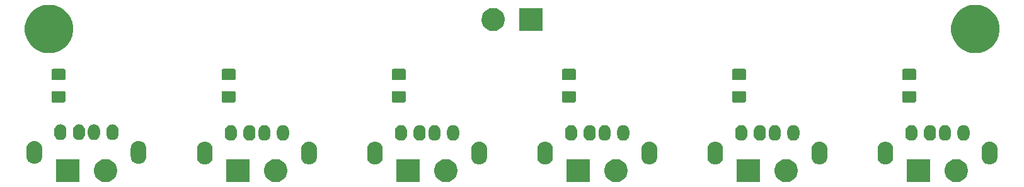
<source format=gbr>
G04 #@! TF.GenerationSoftware,KiCad,Pcbnew,5.1.6*
G04 #@! TF.CreationDate,2020-05-20T11:34:49+02:00*
G04 #@! TF.ProjectId,5V_power_dist,35565f70-6f77-4657-925f-646973742e6b,rev?*
G04 #@! TF.SameCoordinates,Original*
G04 #@! TF.FileFunction,Soldermask,Top*
G04 #@! TF.FilePolarity,Negative*
%FSLAX46Y46*%
G04 Gerber Fmt 4.6, Leading zero omitted, Abs format (unit mm)*
G04 Created by KiCad (PCBNEW 5.1.6) date 2020-05-20 11:34:49*
%MOMM*%
%LPD*%
G01*
G04 APERTURE LIST*
%ADD10C,0.100000*%
G04 APERTURE END LIST*
D10*
G36*
X216202585Y-93728802D02*
G01*
X216352410Y-93758604D01*
X216634674Y-93875521D01*
X216888705Y-94045259D01*
X217104741Y-94261295D01*
X217274479Y-94515326D01*
X217391396Y-94797590D01*
X217451000Y-95097240D01*
X217451000Y-95402760D01*
X217391396Y-95702410D01*
X217274479Y-95984674D01*
X217104741Y-96238705D01*
X216888705Y-96454741D01*
X216634674Y-96624479D01*
X216352410Y-96741396D01*
X216202585Y-96771198D01*
X216052761Y-96801000D01*
X215747239Y-96801000D01*
X215597415Y-96771198D01*
X215447590Y-96741396D01*
X215165326Y-96624479D01*
X214911295Y-96454741D01*
X214695259Y-96238705D01*
X214525521Y-95984674D01*
X214408604Y-95702410D01*
X214349000Y-95402760D01*
X214349000Y-95097240D01*
X214408604Y-94797590D01*
X214525521Y-94515326D01*
X214695259Y-94261295D01*
X214911295Y-94045259D01*
X215165326Y-93875521D01*
X215447590Y-93758604D01*
X215597415Y-93728802D01*
X215747239Y-93699000D01*
X216052761Y-93699000D01*
X216202585Y-93728802D01*
G37*
G36*
X193342585Y-93728802D02*
G01*
X193492410Y-93758604D01*
X193774674Y-93875521D01*
X194028705Y-94045259D01*
X194244741Y-94261295D01*
X194414479Y-94515326D01*
X194531396Y-94797590D01*
X194591000Y-95097240D01*
X194591000Y-95402760D01*
X194531396Y-95702410D01*
X194414479Y-95984674D01*
X194244741Y-96238705D01*
X194028705Y-96454741D01*
X193774674Y-96624479D01*
X193492410Y-96741396D01*
X193342585Y-96771198D01*
X193192761Y-96801000D01*
X192887239Y-96801000D01*
X192737415Y-96771198D01*
X192587590Y-96741396D01*
X192305326Y-96624479D01*
X192051295Y-96454741D01*
X191835259Y-96238705D01*
X191665521Y-95984674D01*
X191548604Y-95702410D01*
X191489000Y-95402760D01*
X191489000Y-95097240D01*
X191548604Y-94797590D01*
X191665521Y-94515326D01*
X191835259Y-94261295D01*
X192051295Y-94045259D01*
X192305326Y-93875521D01*
X192587590Y-93758604D01*
X192737415Y-93728802D01*
X192887239Y-93699000D01*
X193192761Y-93699000D01*
X193342585Y-93728802D01*
G37*
G36*
X189511000Y-96801000D02*
G01*
X186409000Y-96801000D01*
X186409000Y-93699000D01*
X189511000Y-93699000D01*
X189511000Y-96801000D01*
G37*
G36*
X143791000Y-96801000D02*
G01*
X140689000Y-96801000D01*
X140689000Y-93699000D01*
X143791000Y-93699000D01*
X143791000Y-96801000D01*
G37*
G36*
X147622585Y-93728802D02*
G01*
X147772410Y-93758604D01*
X148054674Y-93875521D01*
X148308705Y-94045259D01*
X148524741Y-94261295D01*
X148694479Y-94515326D01*
X148811396Y-94797590D01*
X148871000Y-95097240D01*
X148871000Y-95402760D01*
X148811396Y-95702410D01*
X148694479Y-95984674D01*
X148524741Y-96238705D01*
X148308705Y-96454741D01*
X148054674Y-96624479D01*
X147772410Y-96741396D01*
X147622585Y-96771198D01*
X147472761Y-96801000D01*
X147167239Y-96801000D01*
X147017415Y-96771198D01*
X146867590Y-96741396D01*
X146585326Y-96624479D01*
X146331295Y-96454741D01*
X146115259Y-96238705D01*
X145945521Y-95984674D01*
X145828604Y-95702410D01*
X145769000Y-95402760D01*
X145769000Y-95097240D01*
X145828604Y-94797590D01*
X145945521Y-94515326D01*
X146115259Y-94261295D01*
X146331295Y-94045259D01*
X146585326Y-93875521D01*
X146867590Y-93758604D01*
X147017415Y-93728802D01*
X147167239Y-93699000D01*
X147472761Y-93699000D01*
X147622585Y-93728802D01*
G37*
G36*
X212371000Y-96801000D02*
G01*
X209269000Y-96801000D01*
X209269000Y-93699000D01*
X212371000Y-93699000D01*
X212371000Y-96801000D01*
G37*
G36*
X166651000Y-96801000D02*
G01*
X163549000Y-96801000D01*
X163549000Y-93699000D01*
X166651000Y-93699000D01*
X166651000Y-96801000D01*
G37*
G36*
X170482585Y-93728802D02*
G01*
X170632410Y-93758604D01*
X170914674Y-93875521D01*
X171168705Y-94045259D01*
X171384741Y-94261295D01*
X171554479Y-94515326D01*
X171671396Y-94797590D01*
X171731000Y-95097240D01*
X171731000Y-95402760D01*
X171671396Y-95702410D01*
X171554479Y-95984674D01*
X171384741Y-96238705D01*
X171168705Y-96454741D01*
X170914674Y-96624479D01*
X170632410Y-96741396D01*
X170482585Y-96771198D01*
X170332761Y-96801000D01*
X170027239Y-96801000D01*
X169877415Y-96771198D01*
X169727590Y-96741396D01*
X169445326Y-96624479D01*
X169191295Y-96454741D01*
X168975259Y-96238705D01*
X168805521Y-95984674D01*
X168688604Y-95702410D01*
X168629000Y-95402760D01*
X168629000Y-95097240D01*
X168688604Y-94797590D01*
X168805521Y-94515326D01*
X168975259Y-94261295D01*
X169191295Y-94045259D01*
X169445326Y-93875521D01*
X169727590Y-93758604D01*
X169877415Y-93728802D01*
X170027239Y-93699000D01*
X170332761Y-93699000D01*
X170482585Y-93728802D01*
G37*
G36*
X120931000Y-96801000D02*
G01*
X117829000Y-96801000D01*
X117829000Y-93699000D01*
X120931000Y-93699000D01*
X120931000Y-96801000D01*
G37*
G36*
X124762585Y-93728802D02*
G01*
X124912410Y-93758604D01*
X125194674Y-93875521D01*
X125448705Y-94045259D01*
X125664741Y-94261295D01*
X125834479Y-94515326D01*
X125951396Y-94797590D01*
X126011000Y-95097240D01*
X126011000Y-95402760D01*
X125951396Y-95702410D01*
X125834479Y-95984674D01*
X125664741Y-96238705D01*
X125448705Y-96454741D01*
X125194674Y-96624479D01*
X124912410Y-96741396D01*
X124762585Y-96771198D01*
X124612761Y-96801000D01*
X124307239Y-96801000D01*
X124157415Y-96771198D01*
X124007590Y-96741396D01*
X123725326Y-96624479D01*
X123471295Y-96454741D01*
X123255259Y-96238705D01*
X123085521Y-95984674D01*
X122968604Y-95702410D01*
X122909000Y-95402760D01*
X122909000Y-95097240D01*
X122968604Y-94797590D01*
X123085521Y-94515326D01*
X123255259Y-94261295D01*
X123471295Y-94045259D01*
X123725326Y-93875521D01*
X124007590Y-93758604D01*
X124157415Y-93728802D01*
X124307239Y-93699000D01*
X124612761Y-93699000D01*
X124762585Y-93728802D01*
G37*
G36*
X101902585Y-93728802D02*
G01*
X102052410Y-93758604D01*
X102334674Y-93875521D01*
X102588705Y-94045259D01*
X102804741Y-94261295D01*
X102974479Y-94515326D01*
X103091396Y-94797590D01*
X103151000Y-95097240D01*
X103151000Y-95402760D01*
X103091396Y-95702410D01*
X102974479Y-95984674D01*
X102804741Y-96238705D01*
X102588705Y-96454741D01*
X102334674Y-96624479D01*
X102052410Y-96741396D01*
X101902585Y-96771198D01*
X101752761Y-96801000D01*
X101447239Y-96801000D01*
X101297415Y-96771198D01*
X101147590Y-96741396D01*
X100865326Y-96624479D01*
X100611295Y-96454741D01*
X100395259Y-96238705D01*
X100225521Y-95984674D01*
X100108604Y-95702410D01*
X100049000Y-95402760D01*
X100049000Y-95097240D01*
X100108604Y-94797590D01*
X100225521Y-94515326D01*
X100395259Y-94261295D01*
X100611295Y-94045259D01*
X100865326Y-93875521D01*
X101147590Y-93758604D01*
X101297415Y-93728802D01*
X101447239Y-93699000D01*
X101752761Y-93699000D01*
X101902585Y-93728802D01*
G37*
G36*
X98071000Y-96801000D02*
G01*
X94969000Y-96801000D01*
X94969000Y-93699000D01*
X98071000Y-93699000D01*
X98071000Y-96801000D01*
G37*
G36*
X115126031Y-91344207D02*
G01*
X115324145Y-91404305D01*
X115324148Y-91404306D01*
X115390030Y-91439521D01*
X115506729Y-91501897D01*
X115666765Y-91633235D01*
X115798103Y-91793271D01*
X115798104Y-91793273D01*
X115895694Y-91975851D01*
X115895694Y-91975852D01*
X115895695Y-91975854D01*
X115955793Y-92173968D01*
X115971000Y-92328370D01*
X115971000Y-93431630D01*
X115955793Y-93586032D01*
X115921524Y-93699000D01*
X115895694Y-93784149D01*
X115846854Y-93875521D01*
X115798103Y-93966729D01*
X115666765Y-94126765D01*
X115506729Y-94258103D01*
X115420975Y-94303939D01*
X115324149Y-94355694D01*
X115324146Y-94355695D01*
X115126032Y-94415793D01*
X114920000Y-94436085D01*
X114713969Y-94415793D01*
X114515855Y-94355695D01*
X114515852Y-94355694D01*
X114419026Y-94303939D01*
X114333272Y-94258103D01*
X114173236Y-94126765D01*
X114041898Y-93966729D01*
X114019184Y-93924235D01*
X113944305Y-93784147D01*
X113884207Y-93586030D01*
X113869000Y-93431631D01*
X113869000Y-92328370D01*
X113884207Y-92173971D01*
X113884207Y-92173969D01*
X113944305Y-91975855D01*
X113944306Y-91975852D01*
X113979521Y-91909970D01*
X114041897Y-91793271D01*
X114173235Y-91633235D01*
X114333271Y-91501897D01*
X114419025Y-91456061D01*
X114515851Y-91404306D01*
X114515854Y-91404305D01*
X114713968Y-91344207D01*
X114920000Y-91323915D01*
X115126031Y-91344207D01*
G37*
G36*
X220566031Y-91344207D02*
G01*
X220764145Y-91404305D01*
X220764148Y-91404306D01*
X220830030Y-91439521D01*
X220946729Y-91501897D01*
X221106765Y-91633235D01*
X221238103Y-91793271D01*
X221238104Y-91793273D01*
X221335694Y-91975851D01*
X221335694Y-91975852D01*
X221335695Y-91975854D01*
X221395793Y-92173968D01*
X221411000Y-92328370D01*
X221411000Y-93431630D01*
X221395793Y-93586032D01*
X221361524Y-93699000D01*
X221335694Y-93784149D01*
X221286854Y-93875521D01*
X221238103Y-93966729D01*
X221106765Y-94126765D01*
X220946729Y-94258103D01*
X220860975Y-94303939D01*
X220764149Y-94355694D01*
X220764146Y-94355695D01*
X220566032Y-94415793D01*
X220360000Y-94436085D01*
X220153969Y-94415793D01*
X219955855Y-94355695D01*
X219955852Y-94355694D01*
X219859026Y-94303939D01*
X219773272Y-94258103D01*
X219613236Y-94126765D01*
X219481898Y-93966729D01*
X219459184Y-93924234D01*
X219384305Y-93784147D01*
X219324207Y-93586030D01*
X219309000Y-93431631D01*
X219309000Y-92328370D01*
X219324207Y-92173971D01*
X219324207Y-92173969D01*
X219384305Y-91975855D01*
X219384306Y-91975852D01*
X219419521Y-91909970D01*
X219481897Y-91793271D01*
X219613235Y-91633235D01*
X219773271Y-91501897D01*
X219859025Y-91456061D01*
X219955851Y-91404306D01*
X219955854Y-91404305D01*
X220153968Y-91344207D01*
X220360000Y-91323915D01*
X220566031Y-91344207D01*
G37*
G36*
X206566031Y-91344207D02*
G01*
X206764145Y-91404305D01*
X206764148Y-91404306D01*
X206830030Y-91439521D01*
X206946729Y-91501897D01*
X207106765Y-91633235D01*
X207238103Y-91793271D01*
X207238104Y-91793273D01*
X207335694Y-91975851D01*
X207335694Y-91975852D01*
X207335695Y-91975854D01*
X207395793Y-92173968D01*
X207411000Y-92328370D01*
X207411000Y-93431630D01*
X207395793Y-93586032D01*
X207361524Y-93699000D01*
X207335694Y-93784149D01*
X207286854Y-93875521D01*
X207238103Y-93966729D01*
X207106765Y-94126765D01*
X206946729Y-94258103D01*
X206860975Y-94303939D01*
X206764149Y-94355694D01*
X206764146Y-94355695D01*
X206566032Y-94415793D01*
X206360000Y-94436085D01*
X206153969Y-94415793D01*
X205955855Y-94355695D01*
X205955852Y-94355694D01*
X205859026Y-94303939D01*
X205773272Y-94258103D01*
X205613236Y-94126765D01*
X205481898Y-93966729D01*
X205459184Y-93924234D01*
X205384305Y-93784147D01*
X205324207Y-93586030D01*
X205309000Y-93431631D01*
X205309000Y-92328370D01*
X205324207Y-92173971D01*
X205324207Y-92173969D01*
X205384305Y-91975855D01*
X205384306Y-91975852D01*
X205419521Y-91909970D01*
X205481897Y-91793271D01*
X205613235Y-91633235D01*
X205773271Y-91501897D01*
X205859025Y-91456061D01*
X205955851Y-91404306D01*
X205955854Y-91404305D01*
X206153968Y-91344207D01*
X206360000Y-91323915D01*
X206566031Y-91344207D01*
G37*
G36*
X174846031Y-91344207D02*
G01*
X175044145Y-91404305D01*
X175044148Y-91404306D01*
X175110030Y-91439521D01*
X175226729Y-91501897D01*
X175386765Y-91633235D01*
X175518103Y-91793271D01*
X175518104Y-91793273D01*
X175615694Y-91975851D01*
X175615694Y-91975852D01*
X175615695Y-91975854D01*
X175675793Y-92173968D01*
X175691000Y-92328370D01*
X175691000Y-93431630D01*
X175675793Y-93586032D01*
X175641524Y-93699000D01*
X175615694Y-93784149D01*
X175566854Y-93875521D01*
X175518103Y-93966729D01*
X175386765Y-94126765D01*
X175226729Y-94258103D01*
X175140975Y-94303939D01*
X175044149Y-94355694D01*
X175044146Y-94355695D01*
X174846032Y-94415793D01*
X174640000Y-94436085D01*
X174433969Y-94415793D01*
X174235855Y-94355695D01*
X174235852Y-94355694D01*
X174139026Y-94303939D01*
X174053272Y-94258103D01*
X173893236Y-94126765D01*
X173761898Y-93966729D01*
X173739184Y-93924235D01*
X173664305Y-93784147D01*
X173604207Y-93586030D01*
X173589000Y-93431631D01*
X173589000Y-92328370D01*
X173604207Y-92173971D01*
X173604207Y-92173969D01*
X173664305Y-91975855D01*
X173664306Y-91975852D01*
X173699521Y-91909970D01*
X173761897Y-91793271D01*
X173893235Y-91633235D01*
X174053271Y-91501897D01*
X174139025Y-91456061D01*
X174235851Y-91404306D01*
X174235854Y-91404305D01*
X174433968Y-91344207D01*
X174640000Y-91323915D01*
X174846031Y-91344207D01*
G37*
G36*
X129126031Y-91344207D02*
G01*
X129324145Y-91404305D01*
X129324148Y-91404306D01*
X129390030Y-91439521D01*
X129506729Y-91501897D01*
X129666765Y-91633235D01*
X129798103Y-91793271D01*
X129798104Y-91793273D01*
X129895694Y-91975851D01*
X129895694Y-91975852D01*
X129895695Y-91975854D01*
X129955793Y-92173968D01*
X129971000Y-92328370D01*
X129971000Y-93431630D01*
X129955793Y-93586032D01*
X129921524Y-93699000D01*
X129895694Y-93784149D01*
X129846854Y-93875521D01*
X129798103Y-93966729D01*
X129666765Y-94126765D01*
X129506729Y-94258103D01*
X129420975Y-94303939D01*
X129324149Y-94355694D01*
X129324146Y-94355695D01*
X129126032Y-94415793D01*
X128920000Y-94436085D01*
X128713969Y-94415793D01*
X128515855Y-94355695D01*
X128515852Y-94355694D01*
X128419026Y-94303939D01*
X128333272Y-94258103D01*
X128173236Y-94126765D01*
X128041898Y-93966729D01*
X128019184Y-93924235D01*
X127944305Y-93784147D01*
X127884207Y-93586030D01*
X127869000Y-93431631D01*
X127869000Y-92328370D01*
X127884207Y-92173971D01*
X127884207Y-92173969D01*
X127944305Y-91975855D01*
X127944306Y-91975852D01*
X127979521Y-91909970D01*
X128041897Y-91793271D01*
X128173235Y-91633235D01*
X128333271Y-91501897D01*
X128419025Y-91456061D01*
X128515851Y-91404306D01*
X128515854Y-91404305D01*
X128713968Y-91344207D01*
X128920000Y-91323915D01*
X129126031Y-91344207D01*
G37*
G36*
X160846031Y-91344207D02*
G01*
X161044145Y-91404305D01*
X161044148Y-91404306D01*
X161110030Y-91439521D01*
X161226729Y-91501897D01*
X161386765Y-91633235D01*
X161518103Y-91793271D01*
X161518104Y-91793273D01*
X161615694Y-91975851D01*
X161615694Y-91975852D01*
X161615695Y-91975854D01*
X161675793Y-92173968D01*
X161691000Y-92328370D01*
X161691000Y-93431630D01*
X161675793Y-93586032D01*
X161641524Y-93699000D01*
X161615694Y-93784149D01*
X161566854Y-93875521D01*
X161518103Y-93966729D01*
X161386765Y-94126765D01*
X161226729Y-94258103D01*
X161140975Y-94303939D01*
X161044149Y-94355694D01*
X161044146Y-94355695D01*
X160846032Y-94415793D01*
X160640000Y-94436085D01*
X160433969Y-94415793D01*
X160235855Y-94355695D01*
X160235852Y-94355694D01*
X160139026Y-94303939D01*
X160053272Y-94258103D01*
X159893236Y-94126765D01*
X159761898Y-93966729D01*
X159739184Y-93924235D01*
X159664305Y-93784147D01*
X159604207Y-93586030D01*
X159589000Y-93431631D01*
X159589000Y-92328370D01*
X159604207Y-92173971D01*
X159604207Y-92173969D01*
X159664305Y-91975855D01*
X159664306Y-91975852D01*
X159699521Y-91909970D01*
X159761897Y-91793271D01*
X159893235Y-91633235D01*
X160053271Y-91501897D01*
X160139025Y-91456061D01*
X160235851Y-91404306D01*
X160235854Y-91404305D01*
X160433968Y-91344207D01*
X160640000Y-91323915D01*
X160846031Y-91344207D01*
G37*
G36*
X197706031Y-91344207D02*
G01*
X197904145Y-91404305D01*
X197904148Y-91404306D01*
X197970030Y-91439521D01*
X198086729Y-91501897D01*
X198246765Y-91633235D01*
X198378103Y-91793271D01*
X198378104Y-91793273D01*
X198475694Y-91975851D01*
X198475694Y-91975852D01*
X198475695Y-91975854D01*
X198535793Y-92173968D01*
X198551000Y-92328370D01*
X198551000Y-93431630D01*
X198535793Y-93586032D01*
X198501524Y-93699000D01*
X198475694Y-93784149D01*
X198426854Y-93875521D01*
X198378103Y-93966729D01*
X198246765Y-94126765D01*
X198086729Y-94258103D01*
X198000975Y-94303939D01*
X197904149Y-94355694D01*
X197904146Y-94355695D01*
X197706032Y-94415793D01*
X197500000Y-94436085D01*
X197293969Y-94415793D01*
X197095855Y-94355695D01*
X197095852Y-94355694D01*
X196999026Y-94303939D01*
X196913272Y-94258103D01*
X196753236Y-94126765D01*
X196621898Y-93966729D01*
X196599184Y-93924234D01*
X196524305Y-93784147D01*
X196464207Y-93586030D01*
X196449000Y-93431631D01*
X196449000Y-92328370D01*
X196464207Y-92173971D01*
X196464207Y-92173969D01*
X196524305Y-91975855D01*
X196524306Y-91975852D01*
X196559521Y-91909970D01*
X196621897Y-91793271D01*
X196753235Y-91633235D01*
X196913271Y-91501897D01*
X196999025Y-91456061D01*
X197095851Y-91404306D01*
X197095854Y-91404305D01*
X197293968Y-91344207D01*
X197500000Y-91323915D01*
X197706031Y-91344207D01*
G37*
G36*
X183706031Y-91344207D02*
G01*
X183904145Y-91404305D01*
X183904148Y-91404306D01*
X183970030Y-91439521D01*
X184086729Y-91501897D01*
X184246765Y-91633235D01*
X184378103Y-91793271D01*
X184378104Y-91793273D01*
X184475694Y-91975851D01*
X184475694Y-91975852D01*
X184475695Y-91975854D01*
X184535793Y-92173968D01*
X184551000Y-92328370D01*
X184551000Y-93431630D01*
X184535793Y-93586032D01*
X184501524Y-93699000D01*
X184475694Y-93784149D01*
X184426854Y-93875521D01*
X184378103Y-93966729D01*
X184246765Y-94126765D01*
X184086729Y-94258103D01*
X184000975Y-94303939D01*
X183904149Y-94355694D01*
X183904146Y-94355695D01*
X183706032Y-94415793D01*
X183500000Y-94436085D01*
X183293969Y-94415793D01*
X183095855Y-94355695D01*
X183095852Y-94355694D01*
X182999026Y-94303939D01*
X182913272Y-94258103D01*
X182753236Y-94126765D01*
X182621898Y-93966729D01*
X182599184Y-93924235D01*
X182524305Y-93784147D01*
X182464207Y-93586030D01*
X182449000Y-93431631D01*
X182449000Y-92328370D01*
X182464207Y-92173971D01*
X182464207Y-92173969D01*
X182524305Y-91975855D01*
X182524306Y-91975852D01*
X182559521Y-91909970D01*
X182621897Y-91793271D01*
X182753235Y-91633235D01*
X182913271Y-91501897D01*
X182999025Y-91456061D01*
X183095851Y-91404306D01*
X183095854Y-91404305D01*
X183293968Y-91344207D01*
X183500000Y-91323915D01*
X183706031Y-91344207D01*
G37*
G36*
X151986031Y-91344207D02*
G01*
X152184145Y-91404305D01*
X152184148Y-91404306D01*
X152250030Y-91439521D01*
X152366729Y-91501897D01*
X152526765Y-91633235D01*
X152658103Y-91793271D01*
X152658104Y-91793273D01*
X152755694Y-91975851D01*
X152755694Y-91975852D01*
X152755695Y-91975854D01*
X152815793Y-92173968D01*
X152831000Y-92328370D01*
X152831000Y-93431630D01*
X152815793Y-93586032D01*
X152781524Y-93699000D01*
X152755694Y-93784149D01*
X152706854Y-93875521D01*
X152658103Y-93966729D01*
X152526765Y-94126765D01*
X152366729Y-94258103D01*
X152280975Y-94303939D01*
X152184149Y-94355694D01*
X152184146Y-94355695D01*
X151986032Y-94415793D01*
X151780000Y-94436085D01*
X151573969Y-94415793D01*
X151375855Y-94355695D01*
X151375852Y-94355694D01*
X151279026Y-94303939D01*
X151193272Y-94258103D01*
X151033236Y-94126765D01*
X150901898Y-93966729D01*
X150879184Y-93924235D01*
X150804305Y-93784147D01*
X150744207Y-93586030D01*
X150729000Y-93431631D01*
X150729000Y-92328370D01*
X150744207Y-92173971D01*
X150744207Y-92173969D01*
X150804305Y-91975855D01*
X150804306Y-91975852D01*
X150839521Y-91909970D01*
X150901897Y-91793271D01*
X151033235Y-91633235D01*
X151193271Y-91501897D01*
X151279025Y-91456061D01*
X151375851Y-91404306D01*
X151375854Y-91404305D01*
X151573968Y-91344207D01*
X151780000Y-91323915D01*
X151986031Y-91344207D01*
G37*
G36*
X137986031Y-91344207D02*
G01*
X138184145Y-91404305D01*
X138184148Y-91404306D01*
X138250030Y-91439521D01*
X138366729Y-91501897D01*
X138526765Y-91633235D01*
X138658103Y-91793271D01*
X138658104Y-91793273D01*
X138755694Y-91975851D01*
X138755694Y-91975852D01*
X138755695Y-91975854D01*
X138815793Y-92173968D01*
X138831000Y-92328370D01*
X138831000Y-93431630D01*
X138815793Y-93586032D01*
X138781524Y-93699000D01*
X138755694Y-93784149D01*
X138706854Y-93875521D01*
X138658103Y-93966729D01*
X138526765Y-94126765D01*
X138366729Y-94258103D01*
X138280975Y-94303939D01*
X138184149Y-94355694D01*
X138184146Y-94355695D01*
X137986032Y-94415793D01*
X137780000Y-94436085D01*
X137573969Y-94415793D01*
X137375855Y-94355695D01*
X137375852Y-94355694D01*
X137279026Y-94303939D01*
X137193272Y-94258103D01*
X137033236Y-94126765D01*
X136901898Y-93966729D01*
X136879184Y-93924235D01*
X136804305Y-93784147D01*
X136744207Y-93586030D01*
X136729000Y-93431631D01*
X136729000Y-92328370D01*
X136744207Y-92173971D01*
X136744207Y-92173969D01*
X136804305Y-91975855D01*
X136804306Y-91975852D01*
X136839521Y-91909970D01*
X136901897Y-91793271D01*
X137033235Y-91633235D01*
X137193271Y-91501897D01*
X137279025Y-91456061D01*
X137375851Y-91404306D01*
X137375854Y-91404305D01*
X137573968Y-91344207D01*
X137780000Y-91323915D01*
X137986031Y-91344207D01*
G37*
G36*
X92221030Y-91254207D02*
G01*
X92419144Y-91314305D01*
X92419147Y-91314306D01*
X92485029Y-91349521D01*
X92601728Y-91411897D01*
X92761764Y-91543235D01*
X92893102Y-91703271D01*
X92893103Y-91703273D01*
X92990693Y-91885851D01*
X92990693Y-91885852D01*
X92990694Y-91885854D01*
X93050792Y-92083968D01*
X93065999Y-92238370D01*
X93065999Y-93341630D01*
X93050792Y-93496032D01*
X93023491Y-93586030D01*
X92990693Y-93694149D01*
X92988100Y-93699000D01*
X92893102Y-93876729D01*
X92761764Y-94036765D01*
X92601728Y-94168103D01*
X92515974Y-94213939D01*
X92419148Y-94265694D01*
X92419145Y-94265695D01*
X92221031Y-94325793D01*
X92014999Y-94346085D01*
X91808968Y-94325793D01*
X91610854Y-94265695D01*
X91610851Y-94265694D01*
X91514025Y-94213939D01*
X91428271Y-94168103D01*
X91268235Y-94036765D01*
X91136897Y-93876729D01*
X91087411Y-93784147D01*
X91039304Y-93694147D01*
X90979206Y-93496030D01*
X90963999Y-93341631D01*
X90963999Y-92238370D01*
X90979206Y-92083971D01*
X90979206Y-92083969D01*
X91039304Y-91885855D01*
X91039305Y-91885852D01*
X91088791Y-91793271D01*
X91136896Y-91703271D01*
X91268234Y-91543235D01*
X91428270Y-91411897D01*
X91514024Y-91366061D01*
X91610850Y-91314306D01*
X91610853Y-91314305D01*
X91808967Y-91254207D01*
X92014999Y-91233915D01*
X92221030Y-91254207D01*
G37*
G36*
X106221030Y-91254207D02*
G01*
X106419144Y-91314305D01*
X106419147Y-91314306D01*
X106485029Y-91349521D01*
X106601728Y-91411897D01*
X106761764Y-91543235D01*
X106893102Y-91703271D01*
X106893103Y-91703273D01*
X106990693Y-91885851D01*
X106990693Y-91885852D01*
X106990694Y-91885854D01*
X107050792Y-92083968D01*
X107065999Y-92238370D01*
X107065999Y-93341630D01*
X107050792Y-93496032D01*
X107023491Y-93586030D01*
X106990693Y-93694149D01*
X106988100Y-93699000D01*
X106893102Y-93876729D01*
X106761764Y-94036765D01*
X106601728Y-94168103D01*
X106515974Y-94213939D01*
X106419148Y-94265694D01*
X106419145Y-94265695D01*
X106221031Y-94325793D01*
X106014999Y-94346085D01*
X105808968Y-94325793D01*
X105610854Y-94265695D01*
X105610851Y-94265694D01*
X105514025Y-94213939D01*
X105428271Y-94168103D01*
X105268235Y-94036765D01*
X105136897Y-93876729D01*
X105087411Y-93784147D01*
X105039304Y-93694147D01*
X104979206Y-93496030D01*
X104963999Y-93341631D01*
X104963999Y-92238370D01*
X104979206Y-92083971D01*
X104979206Y-92083969D01*
X105039304Y-91885855D01*
X105039305Y-91885852D01*
X105088791Y-91793271D01*
X105136896Y-91703271D01*
X105268234Y-91543235D01*
X105428270Y-91411897D01*
X105514024Y-91366061D01*
X105610850Y-91314306D01*
X105610853Y-91314305D01*
X105808967Y-91254207D01*
X106014999Y-91233915D01*
X106221030Y-91254207D01*
G37*
G36*
X145939375Y-89130764D02*
G01*
X146092626Y-89177252D01*
X146092629Y-89177253D01*
X146233863Y-89252744D01*
X146357659Y-89354341D01*
X146459256Y-89478137D01*
X146534747Y-89619370D01*
X146534747Y-89619371D01*
X146534748Y-89619373D01*
X146581236Y-89772624D01*
X146593000Y-89892067D01*
X146593000Y-90447932D01*
X146581236Y-90567376D01*
X146562049Y-90630627D01*
X146534747Y-90720630D01*
X146459256Y-90861863D01*
X146357659Y-90985659D01*
X146233863Y-91087256D01*
X146092630Y-91162747D01*
X146092627Y-91162748D01*
X145939376Y-91209236D01*
X145780000Y-91224933D01*
X145620625Y-91209236D01*
X145467374Y-91162748D01*
X145467371Y-91162747D01*
X145326138Y-91087256D01*
X145202342Y-90985659D01*
X145100746Y-90861865D01*
X145100745Y-90861863D01*
X145025252Y-90720627D01*
X144978764Y-90567376D01*
X144967000Y-90447933D01*
X144967000Y-89892068D01*
X144978764Y-89772625D01*
X145025252Y-89619374D01*
X145025253Y-89619371D01*
X145100744Y-89478137D01*
X145202341Y-89354341D01*
X145326137Y-89252744D01*
X145467370Y-89177253D01*
X145467373Y-89177252D01*
X145620624Y-89130764D01*
X145780000Y-89115067D01*
X145939375Y-89130764D01*
G37*
G36*
X166799375Y-89130764D02*
G01*
X166952626Y-89177252D01*
X166952629Y-89177253D01*
X167093863Y-89252744D01*
X167217659Y-89354341D01*
X167319256Y-89478137D01*
X167394747Y-89619370D01*
X167394747Y-89619371D01*
X167394748Y-89619373D01*
X167441236Y-89772624D01*
X167453000Y-89892067D01*
X167453000Y-90447932D01*
X167441236Y-90567376D01*
X167422049Y-90630627D01*
X167394747Y-90720630D01*
X167319256Y-90861863D01*
X167217659Y-90985659D01*
X167093863Y-91087256D01*
X166952630Y-91162747D01*
X166952627Y-91162748D01*
X166799376Y-91209236D01*
X166640000Y-91224933D01*
X166480625Y-91209236D01*
X166327374Y-91162748D01*
X166327371Y-91162747D01*
X166186138Y-91087256D01*
X166062342Y-90985659D01*
X165960746Y-90861865D01*
X165960745Y-90861863D01*
X165885252Y-90720627D01*
X165838764Y-90567376D01*
X165827000Y-90447933D01*
X165827000Y-89892068D01*
X165838764Y-89772625D01*
X165885252Y-89619374D01*
X165885253Y-89619371D01*
X165960744Y-89478137D01*
X166062341Y-89354341D01*
X166186137Y-89252744D01*
X166327370Y-89177253D01*
X166327373Y-89177252D01*
X166480624Y-89130764D01*
X166640000Y-89115067D01*
X166799375Y-89130764D01*
G37*
G36*
X143939375Y-89130764D02*
G01*
X144092626Y-89177252D01*
X144092629Y-89177253D01*
X144233863Y-89252744D01*
X144357659Y-89354341D01*
X144459256Y-89478137D01*
X144534747Y-89619370D01*
X144534747Y-89619371D01*
X144534748Y-89619373D01*
X144581236Y-89772624D01*
X144593000Y-89892067D01*
X144593000Y-90447932D01*
X144581236Y-90567376D01*
X144562049Y-90630627D01*
X144534747Y-90720630D01*
X144459256Y-90861863D01*
X144357659Y-90985659D01*
X144233863Y-91087256D01*
X144092630Y-91162747D01*
X144092627Y-91162748D01*
X143939376Y-91209236D01*
X143780000Y-91224933D01*
X143620625Y-91209236D01*
X143467374Y-91162748D01*
X143467371Y-91162747D01*
X143326138Y-91087256D01*
X143202342Y-90985659D01*
X143100746Y-90861865D01*
X143100745Y-90861863D01*
X143025252Y-90720627D01*
X142978764Y-90567376D01*
X142967000Y-90447933D01*
X142967000Y-89892068D01*
X142978764Y-89772625D01*
X143025252Y-89619374D01*
X143025253Y-89619371D01*
X143100744Y-89478137D01*
X143202341Y-89354341D01*
X143326137Y-89252744D01*
X143467370Y-89177253D01*
X143467373Y-89177252D01*
X143620624Y-89130764D01*
X143780000Y-89115067D01*
X143939375Y-89130764D01*
G37*
G36*
X168799375Y-89130764D02*
G01*
X168952626Y-89177252D01*
X168952629Y-89177253D01*
X169093863Y-89252744D01*
X169217659Y-89354341D01*
X169319256Y-89478137D01*
X169394747Y-89619370D01*
X169394747Y-89619371D01*
X169394748Y-89619373D01*
X169441236Y-89772624D01*
X169453000Y-89892067D01*
X169453000Y-90447932D01*
X169441236Y-90567376D01*
X169422049Y-90630627D01*
X169394747Y-90720630D01*
X169319256Y-90861863D01*
X169217659Y-90985659D01*
X169093863Y-91087256D01*
X168952630Y-91162747D01*
X168952627Y-91162748D01*
X168799376Y-91209236D01*
X168640000Y-91224933D01*
X168480625Y-91209236D01*
X168327374Y-91162748D01*
X168327371Y-91162747D01*
X168186138Y-91087256D01*
X168062342Y-90985659D01*
X167960746Y-90861865D01*
X167960745Y-90861863D01*
X167885252Y-90720627D01*
X167838764Y-90567376D01*
X167827000Y-90447933D01*
X167827000Y-89892068D01*
X167838764Y-89772625D01*
X167885252Y-89619374D01*
X167885253Y-89619371D01*
X167960744Y-89478137D01*
X168062341Y-89354341D01*
X168186137Y-89252744D01*
X168327370Y-89177253D01*
X168327373Y-89177252D01*
X168480624Y-89130764D01*
X168640000Y-89115067D01*
X168799375Y-89130764D01*
G37*
G36*
X194159375Y-89130764D02*
G01*
X194312626Y-89177252D01*
X194312629Y-89177253D01*
X194453863Y-89252744D01*
X194577659Y-89354341D01*
X194679256Y-89478137D01*
X194754747Y-89619370D01*
X194754747Y-89619371D01*
X194754748Y-89619373D01*
X194801236Y-89772624D01*
X194813000Y-89892067D01*
X194813000Y-90447932D01*
X194801236Y-90567376D01*
X194782049Y-90630627D01*
X194754747Y-90720630D01*
X194679256Y-90861863D01*
X194577659Y-90985659D01*
X194453863Y-91087256D01*
X194312630Y-91162747D01*
X194312627Y-91162748D01*
X194159376Y-91209236D01*
X194000000Y-91224933D01*
X193840625Y-91209236D01*
X193687374Y-91162748D01*
X193687371Y-91162747D01*
X193546138Y-91087256D01*
X193422342Y-90985659D01*
X193320746Y-90861865D01*
X193320745Y-90861863D01*
X193245252Y-90720627D01*
X193198764Y-90567376D01*
X193187000Y-90447933D01*
X193187000Y-89892068D01*
X193198764Y-89772625D01*
X193245252Y-89619374D01*
X193245253Y-89619371D01*
X193320744Y-89478137D01*
X193422341Y-89354341D01*
X193546137Y-89252744D01*
X193687370Y-89177253D01*
X193687373Y-89177252D01*
X193840624Y-89130764D01*
X194000000Y-89115067D01*
X194159375Y-89130764D01*
G37*
G36*
X210019375Y-89130764D02*
G01*
X210172626Y-89177252D01*
X210172629Y-89177253D01*
X210313863Y-89252744D01*
X210437659Y-89354341D01*
X210539256Y-89478137D01*
X210614747Y-89619370D01*
X210614747Y-89619371D01*
X210614748Y-89619373D01*
X210661236Y-89772624D01*
X210673000Y-89892067D01*
X210673000Y-90447932D01*
X210661236Y-90567376D01*
X210642049Y-90630627D01*
X210614747Y-90720630D01*
X210539256Y-90861863D01*
X210437659Y-90985659D01*
X210313863Y-91087256D01*
X210172630Y-91162747D01*
X210172627Y-91162748D01*
X210019376Y-91209236D01*
X209860000Y-91224933D01*
X209700625Y-91209236D01*
X209547374Y-91162748D01*
X209547371Y-91162747D01*
X209406138Y-91087256D01*
X209282342Y-90985659D01*
X209180746Y-90861865D01*
X209180745Y-90861863D01*
X209105252Y-90720627D01*
X209058764Y-90567376D01*
X209047000Y-90447933D01*
X209047000Y-89892068D01*
X209058764Y-89772625D01*
X209105252Y-89619374D01*
X209105253Y-89619371D01*
X209180744Y-89478137D01*
X209282341Y-89354341D01*
X209406137Y-89252744D01*
X209547370Y-89177253D01*
X209547373Y-89177252D01*
X209700624Y-89130764D01*
X209860000Y-89115067D01*
X210019375Y-89130764D01*
G37*
G36*
X212519375Y-89130764D02*
G01*
X212672626Y-89177252D01*
X212672629Y-89177253D01*
X212813863Y-89252744D01*
X212937659Y-89354341D01*
X213039256Y-89478137D01*
X213114747Y-89619370D01*
X213114747Y-89619371D01*
X213114748Y-89619373D01*
X213161236Y-89772624D01*
X213173000Y-89892067D01*
X213173000Y-90447932D01*
X213161236Y-90567376D01*
X213142049Y-90630627D01*
X213114747Y-90720630D01*
X213039256Y-90861863D01*
X212937659Y-90985659D01*
X212813863Y-91087256D01*
X212672630Y-91162747D01*
X212672627Y-91162748D01*
X212519376Y-91209236D01*
X212360000Y-91224933D01*
X212200625Y-91209236D01*
X212047374Y-91162748D01*
X212047371Y-91162747D01*
X211906138Y-91087256D01*
X211782342Y-90985659D01*
X211680746Y-90861865D01*
X211680745Y-90861863D01*
X211605252Y-90720627D01*
X211558764Y-90567376D01*
X211547000Y-90447933D01*
X211547000Y-89892068D01*
X211558764Y-89772625D01*
X211605252Y-89619374D01*
X211605253Y-89619371D01*
X211680744Y-89478137D01*
X211782341Y-89354341D01*
X211906137Y-89252744D01*
X212047370Y-89177253D01*
X212047373Y-89177252D01*
X212200624Y-89130764D01*
X212360000Y-89115067D01*
X212519375Y-89130764D01*
G37*
G36*
X214519375Y-89130764D02*
G01*
X214672626Y-89177252D01*
X214672629Y-89177253D01*
X214813863Y-89252744D01*
X214937659Y-89354341D01*
X215039256Y-89478137D01*
X215114747Y-89619370D01*
X215114747Y-89619371D01*
X215114748Y-89619373D01*
X215161236Y-89772624D01*
X215173000Y-89892067D01*
X215173000Y-90447932D01*
X215161236Y-90567376D01*
X215142049Y-90630627D01*
X215114747Y-90720630D01*
X215039256Y-90861863D01*
X214937659Y-90985659D01*
X214813863Y-91087256D01*
X214672630Y-91162747D01*
X214672627Y-91162748D01*
X214519376Y-91209236D01*
X214360000Y-91224933D01*
X214200625Y-91209236D01*
X214047374Y-91162748D01*
X214047371Y-91162747D01*
X213906138Y-91087256D01*
X213782342Y-90985659D01*
X213680746Y-90861865D01*
X213680745Y-90861863D01*
X213605252Y-90720627D01*
X213558764Y-90567376D01*
X213547000Y-90447933D01*
X213547000Y-89892068D01*
X213558764Y-89772625D01*
X213605252Y-89619374D01*
X213605253Y-89619371D01*
X213680744Y-89478137D01*
X213782341Y-89354341D01*
X213906137Y-89252744D01*
X214047370Y-89177253D01*
X214047373Y-89177252D01*
X214200624Y-89130764D01*
X214360000Y-89115067D01*
X214519375Y-89130764D01*
G37*
G36*
X217019375Y-89130764D02*
G01*
X217172626Y-89177252D01*
X217172629Y-89177253D01*
X217313863Y-89252744D01*
X217437659Y-89354341D01*
X217539256Y-89478137D01*
X217614747Y-89619370D01*
X217614747Y-89619371D01*
X217614748Y-89619373D01*
X217661236Y-89772624D01*
X217673000Y-89892067D01*
X217673000Y-90447932D01*
X217661236Y-90567376D01*
X217642049Y-90630627D01*
X217614747Y-90720630D01*
X217539256Y-90861863D01*
X217437659Y-90985659D01*
X217313863Y-91087256D01*
X217172630Y-91162747D01*
X217172627Y-91162748D01*
X217019376Y-91209236D01*
X216860000Y-91224933D01*
X216700625Y-91209236D01*
X216547374Y-91162748D01*
X216547371Y-91162747D01*
X216406138Y-91087256D01*
X216282342Y-90985659D01*
X216180746Y-90861865D01*
X216180745Y-90861863D01*
X216105252Y-90720627D01*
X216058764Y-90567376D01*
X216047000Y-90447933D01*
X216047000Y-89892068D01*
X216058764Y-89772625D01*
X216105252Y-89619374D01*
X216105253Y-89619371D01*
X216180744Y-89478137D01*
X216282341Y-89354341D01*
X216406137Y-89252744D01*
X216547370Y-89177253D01*
X216547373Y-89177252D01*
X216700624Y-89130764D01*
X216860000Y-89115067D01*
X217019375Y-89130764D01*
G37*
G36*
X141439375Y-89130764D02*
G01*
X141592626Y-89177252D01*
X141592629Y-89177253D01*
X141733863Y-89252744D01*
X141857659Y-89354341D01*
X141959256Y-89478137D01*
X142034747Y-89619370D01*
X142034747Y-89619371D01*
X142034748Y-89619373D01*
X142081236Y-89772624D01*
X142093000Y-89892067D01*
X142093000Y-90447932D01*
X142081236Y-90567376D01*
X142062049Y-90630627D01*
X142034747Y-90720630D01*
X141959256Y-90861863D01*
X141857659Y-90985659D01*
X141733863Y-91087256D01*
X141592630Y-91162747D01*
X141592627Y-91162748D01*
X141439376Y-91209236D01*
X141280000Y-91224933D01*
X141120625Y-91209236D01*
X140967374Y-91162748D01*
X140967371Y-91162747D01*
X140826138Y-91087256D01*
X140702342Y-90985659D01*
X140600746Y-90861865D01*
X140600745Y-90861863D01*
X140525252Y-90720627D01*
X140478764Y-90567376D01*
X140467000Y-90447933D01*
X140467000Y-89892068D01*
X140478764Y-89772625D01*
X140525252Y-89619374D01*
X140525253Y-89619371D01*
X140600744Y-89478137D01*
X140702341Y-89354341D01*
X140826137Y-89252744D01*
X140967370Y-89177253D01*
X140967373Y-89177252D01*
X141120624Y-89130764D01*
X141280000Y-89115067D01*
X141439375Y-89130764D01*
G37*
G36*
X164299375Y-89130764D02*
G01*
X164452626Y-89177252D01*
X164452629Y-89177253D01*
X164593863Y-89252744D01*
X164717659Y-89354341D01*
X164819256Y-89478137D01*
X164894747Y-89619370D01*
X164894747Y-89619371D01*
X164894748Y-89619373D01*
X164941236Y-89772624D01*
X164953000Y-89892067D01*
X164953000Y-90447932D01*
X164941236Y-90567376D01*
X164922049Y-90630627D01*
X164894747Y-90720630D01*
X164819256Y-90861863D01*
X164717659Y-90985659D01*
X164593863Y-91087256D01*
X164452630Y-91162747D01*
X164452627Y-91162748D01*
X164299376Y-91209236D01*
X164140000Y-91224933D01*
X163980625Y-91209236D01*
X163827374Y-91162748D01*
X163827371Y-91162747D01*
X163686138Y-91087256D01*
X163562342Y-90985659D01*
X163460746Y-90861865D01*
X163460745Y-90861863D01*
X163385252Y-90720627D01*
X163338764Y-90567376D01*
X163327000Y-90447933D01*
X163327000Y-89892068D01*
X163338764Y-89772625D01*
X163385252Y-89619374D01*
X163385253Y-89619371D01*
X163460744Y-89478137D01*
X163562341Y-89354341D01*
X163686137Y-89252744D01*
X163827370Y-89177253D01*
X163827373Y-89177252D01*
X163980624Y-89130764D01*
X164140000Y-89115067D01*
X164299375Y-89130764D01*
G37*
G36*
X148439375Y-89130764D02*
G01*
X148592626Y-89177252D01*
X148592629Y-89177253D01*
X148733863Y-89252744D01*
X148857659Y-89354341D01*
X148959256Y-89478137D01*
X149034747Y-89619370D01*
X149034747Y-89619371D01*
X149034748Y-89619373D01*
X149081236Y-89772624D01*
X149093000Y-89892067D01*
X149093000Y-90447932D01*
X149081236Y-90567376D01*
X149062049Y-90630627D01*
X149034747Y-90720630D01*
X148959256Y-90861863D01*
X148857659Y-90985659D01*
X148733863Y-91087256D01*
X148592630Y-91162747D01*
X148592627Y-91162748D01*
X148439376Y-91209236D01*
X148280000Y-91224933D01*
X148120625Y-91209236D01*
X147967374Y-91162748D01*
X147967371Y-91162747D01*
X147826138Y-91087256D01*
X147702342Y-90985659D01*
X147600746Y-90861865D01*
X147600745Y-90861863D01*
X147525252Y-90720627D01*
X147478764Y-90567376D01*
X147467000Y-90447933D01*
X147467000Y-89892068D01*
X147478764Y-89772625D01*
X147525252Y-89619374D01*
X147525253Y-89619371D01*
X147600744Y-89478137D01*
X147702341Y-89354341D01*
X147826137Y-89252744D01*
X147967370Y-89177253D01*
X147967373Y-89177252D01*
X148120624Y-89130764D01*
X148280000Y-89115067D01*
X148439375Y-89130764D01*
G37*
G36*
X118579375Y-89130764D02*
G01*
X118732626Y-89177252D01*
X118732629Y-89177253D01*
X118873863Y-89252744D01*
X118997659Y-89354341D01*
X119099256Y-89478137D01*
X119174747Y-89619370D01*
X119174747Y-89619371D01*
X119174748Y-89619373D01*
X119221236Y-89772624D01*
X119233000Y-89892067D01*
X119233000Y-90447932D01*
X119221236Y-90567376D01*
X119202049Y-90630627D01*
X119174747Y-90720630D01*
X119099256Y-90861863D01*
X118997659Y-90985659D01*
X118873863Y-91087256D01*
X118732630Y-91162747D01*
X118732627Y-91162748D01*
X118579376Y-91209236D01*
X118420000Y-91224933D01*
X118260625Y-91209236D01*
X118107374Y-91162748D01*
X118107371Y-91162747D01*
X117966138Y-91087256D01*
X117842342Y-90985659D01*
X117740746Y-90861865D01*
X117740745Y-90861863D01*
X117665252Y-90720627D01*
X117618764Y-90567376D01*
X117607000Y-90447933D01*
X117607000Y-89892068D01*
X117618764Y-89772625D01*
X117665252Y-89619374D01*
X117665253Y-89619371D01*
X117740744Y-89478137D01*
X117842341Y-89354341D01*
X117966137Y-89252744D01*
X118107370Y-89177253D01*
X118107373Y-89177252D01*
X118260624Y-89130764D01*
X118420000Y-89115067D01*
X118579375Y-89130764D01*
G37*
G36*
X191659375Y-89130764D02*
G01*
X191812626Y-89177252D01*
X191812629Y-89177253D01*
X191953863Y-89252744D01*
X192077659Y-89354341D01*
X192179256Y-89478137D01*
X192254747Y-89619370D01*
X192254747Y-89619371D01*
X192254748Y-89619373D01*
X192301236Y-89772624D01*
X192313000Y-89892067D01*
X192313000Y-90447932D01*
X192301236Y-90567376D01*
X192282049Y-90630627D01*
X192254747Y-90720630D01*
X192179256Y-90861863D01*
X192077659Y-90985659D01*
X191953863Y-91087256D01*
X191812630Y-91162747D01*
X191812627Y-91162748D01*
X191659376Y-91209236D01*
X191500000Y-91224933D01*
X191340625Y-91209236D01*
X191187374Y-91162748D01*
X191187371Y-91162747D01*
X191046138Y-91087256D01*
X190922342Y-90985659D01*
X190820746Y-90861865D01*
X190820745Y-90861863D01*
X190745252Y-90720627D01*
X190698764Y-90567376D01*
X190687000Y-90447933D01*
X190687000Y-89892068D01*
X190698764Y-89772625D01*
X190745252Y-89619374D01*
X190745253Y-89619371D01*
X190820744Y-89478137D01*
X190922341Y-89354341D01*
X191046137Y-89252744D01*
X191187370Y-89177253D01*
X191187373Y-89177252D01*
X191340624Y-89130764D01*
X191500000Y-89115067D01*
X191659375Y-89130764D01*
G37*
G36*
X189659375Y-89130764D02*
G01*
X189812626Y-89177252D01*
X189812629Y-89177253D01*
X189953863Y-89252744D01*
X190077659Y-89354341D01*
X190179256Y-89478137D01*
X190254747Y-89619370D01*
X190254747Y-89619371D01*
X190254748Y-89619373D01*
X190301236Y-89772624D01*
X190313000Y-89892067D01*
X190313000Y-90447932D01*
X190301236Y-90567376D01*
X190282049Y-90630627D01*
X190254747Y-90720630D01*
X190179256Y-90861863D01*
X190077659Y-90985659D01*
X189953863Y-91087256D01*
X189812630Y-91162747D01*
X189812627Y-91162748D01*
X189659376Y-91209236D01*
X189500000Y-91224933D01*
X189340625Y-91209236D01*
X189187374Y-91162748D01*
X189187371Y-91162747D01*
X189046138Y-91087256D01*
X188922342Y-90985659D01*
X188820746Y-90861865D01*
X188820745Y-90861863D01*
X188745252Y-90720627D01*
X188698764Y-90567376D01*
X188687000Y-90447933D01*
X188687000Y-89892068D01*
X188698764Y-89772625D01*
X188745252Y-89619374D01*
X188745253Y-89619371D01*
X188820744Y-89478137D01*
X188922341Y-89354341D01*
X189046137Y-89252744D01*
X189187370Y-89177253D01*
X189187373Y-89177252D01*
X189340624Y-89130764D01*
X189500000Y-89115067D01*
X189659375Y-89130764D01*
G37*
G36*
X125579375Y-89130764D02*
G01*
X125732626Y-89177252D01*
X125732629Y-89177253D01*
X125873863Y-89252744D01*
X125997659Y-89354341D01*
X126099256Y-89478137D01*
X126174747Y-89619370D01*
X126174747Y-89619371D01*
X126174748Y-89619373D01*
X126221236Y-89772624D01*
X126233000Y-89892067D01*
X126233000Y-90447932D01*
X126221236Y-90567376D01*
X126202049Y-90630627D01*
X126174747Y-90720630D01*
X126099256Y-90861863D01*
X125997659Y-90985659D01*
X125873863Y-91087256D01*
X125732630Y-91162747D01*
X125732627Y-91162748D01*
X125579376Y-91209236D01*
X125420000Y-91224933D01*
X125260625Y-91209236D01*
X125107374Y-91162748D01*
X125107371Y-91162747D01*
X124966138Y-91087256D01*
X124842342Y-90985659D01*
X124740746Y-90861865D01*
X124740745Y-90861863D01*
X124665252Y-90720627D01*
X124618764Y-90567376D01*
X124607000Y-90447933D01*
X124607000Y-89892068D01*
X124618764Y-89772625D01*
X124665252Y-89619374D01*
X124665253Y-89619371D01*
X124740744Y-89478137D01*
X124842341Y-89354341D01*
X124966137Y-89252744D01*
X125107370Y-89177253D01*
X125107373Y-89177252D01*
X125260624Y-89130764D01*
X125420000Y-89115067D01*
X125579375Y-89130764D01*
G37*
G36*
X123079375Y-89130764D02*
G01*
X123232626Y-89177252D01*
X123232629Y-89177253D01*
X123373863Y-89252744D01*
X123497659Y-89354341D01*
X123599256Y-89478137D01*
X123674747Y-89619370D01*
X123674747Y-89619371D01*
X123674748Y-89619373D01*
X123721236Y-89772624D01*
X123733000Y-89892067D01*
X123733000Y-90447932D01*
X123721236Y-90567376D01*
X123702049Y-90630627D01*
X123674747Y-90720630D01*
X123599256Y-90861863D01*
X123497659Y-90985659D01*
X123373863Y-91087256D01*
X123232630Y-91162747D01*
X123232627Y-91162748D01*
X123079376Y-91209236D01*
X122920000Y-91224933D01*
X122760625Y-91209236D01*
X122607374Y-91162748D01*
X122607371Y-91162747D01*
X122466138Y-91087256D01*
X122342342Y-90985659D01*
X122240746Y-90861865D01*
X122240745Y-90861863D01*
X122165252Y-90720627D01*
X122118764Y-90567376D01*
X122107000Y-90447933D01*
X122107000Y-89892068D01*
X122118764Y-89772625D01*
X122165252Y-89619374D01*
X122165253Y-89619371D01*
X122240744Y-89478137D01*
X122342341Y-89354341D01*
X122466137Y-89252744D01*
X122607370Y-89177253D01*
X122607373Y-89177252D01*
X122760624Y-89130764D01*
X122920000Y-89115067D01*
X123079375Y-89130764D01*
G37*
G36*
X121079375Y-89130764D02*
G01*
X121232626Y-89177252D01*
X121232629Y-89177253D01*
X121373863Y-89252744D01*
X121497659Y-89354341D01*
X121599256Y-89478137D01*
X121674747Y-89619370D01*
X121674747Y-89619371D01*
X121674748Y-89619373D01*
X121721236Y-89772624D01*
X121733000Y-89892067D01*
X121733000Y-90447932D01*
X121721236Y-90567376D01*
X121702049Y-90630627D01*
X121674747Y-90720630D01*
X121599256Y-90861863D01*
X121497659Y-90985659D01*
X121373863Y-91087256D01*
X121232630Y-91162747D01*
X121232627Y-91162748D01*
X121079376Y-91209236D01*
X120920000Y-91224933D01*
X120760625Y-91209236D01*
X120607374Y-91162748D01*
X120607371Y-91162747D01*
X120466138Y-91087256D01*
X120342342Y-90985659D01*
X120240746Y-90861865D01*
X120240745Y-90861863D01*
X120165252Y-90720627D01*
X120118764Y-90567376D01*
X120107000Y-90447933D01*
X120107000Y-89892068D01*
X120118764Y-89772625D01*
X120165252Y-89619374D01*
X120165253Y-89619371D01*
X120240744Y-89478137D01*
X120342341Y-89354341D01*
X120466137Y-89252744D01*
X120607370Y-89177253D01*
X120607373Y-89177252D01*
X120760624Y-89130764D01*
X120920000Y-89115067D01*
X121079375Y-89130764D01*
G37*
G36*
X187159375Y-89130764D02*
G01*
X187312626Y-89177252D01*
X187312629Y-89177253D01*
X187453863Y-89252744D01*
X187577659Y-89354341D01*
X187679256Y-89478137D01*
X187754747Y-89619370D01*
X187754747Y-89619371D01*
X187754748Y-89619373D01*
X187801236Y-89772624D01*
X187813000Y-89892067D01*
X187813000Y-90447932D01*
X187801236Y-90567376D01*
X187782049Y-90630627D01*
X187754747Y-90720630D01*
X187679256Y-90861863D01*
X187577659Y-90985659D01*
X187453863Y-91087256D01*
X187312630Y-91162747D01*
X187312627Y-91162748D01*
X187159376Y-91209236D01*
X187000000Y-91224933D01*
X186840625Y-91209236D01*
X186687374Y-91162748D01*
X186687371Y-91162747D01*
X186546138Y-91087256D01*
X186422342Y-90985659D01*
X186320746Y-90861865D01*
X186320745Y-90861863D01*
X186245252Y-90720627D01*
X186198764Y-90567376D01*
X186187000Y-90447933D01*
X186187000Y-89892068D01*
X186198764Y-89772625D01*
X186245252Y-89619374D01*
X186245253Y-89619371D01*
X186320744Y-89478137D01*
X186422341Y-89354341D01*
X186546137Y-89252744D01*
X186687370Y-89177253D01*
X186687373Y-89177252D01*
X186840624Y-89130764D01*
X187000000Y-89115067D01*
X187159375Y-89130764D01*
G37*
G36*
X171299375Y-89130764D02*
G01*
X171452626Y-89177252D01*
X171452629Y-89177253D01*
X171593863Y-89252744D01*
X171717659Y-89354341D01*
X171819256Y-89478137D01*
X171894747Y-89619370D01*
X171894747Y-89619371D01*
X171894748Y-89619373D01*
X171941236Y-89772624D01*
X171953000Y-89892067D01*
X171953000Y-90447932D01*
X171941236Y-90567376D01*
X171922049Y-90630627D01*
X171894747Y-90720630D01*
X171819256Y-90861863D01*
X171717659Y-90985659D01*
X171593863Y-91087256D01*
X171452630Y-91162747D01*
X171452627Y-91162748D01*
X171299376Y-91209236D01*
X171140000Y-91224933D01*
X170980625Y-91209236D01*
X170827374Y-91162748D01*
X170827371Y-91162747D01*
X170686138Y-91087256D01*
X170562342Y-90985659D01*
X170460746Y-90861865D01*
X170460745Y-90861863D01*
X170385252Y-90720627D01*
X170338764Y-90567376D01*
X170327000Y-90447933D01*
X170327000Y-89892068D01*
X170338764Y-89772625D01*
X170385252Y-89619374D01*
X170385253Y-89619371D01*
X170460744Y-89478137D01*
X170562341Y-89354341D01*
X170686137Y-89252744D01*
X170827370Y-89177253D01*
X170827373Y-89177252D01*
X170980624Y-89130764D01*
X171140000Y-89115067D01*
X171299375Y-89130764D01*
G37*
G36*
X102674374Y-89040764D02*
G01*
X102827625Y-89087252D01*
X102827628Y-89087253D01*
X102968862Y-89162744D01*
X103092658Y-89264341D01*
X103194255Y-89388137D01*
X103269746Y-89529370D01*
X103269746Y-89529371D01*
X103269747Y-89529373D01*
X103316235Y-89682624D01*
X103327999Y-89802067D01*
X103327999Y-90357932D01*
X103316235Y-90477376D01*
X103288934Y-90567376D01*
X103269746Y-90630630D01*
X103194255Y-90771863D01*
X103092658Y-90895659D01*
X102968862Y-90997256D01*
X102827629Y-91072747D01*
X102827626Y-91072748D01*
X102674375Y-91119236D01*
X102514999Y-91134933D01*
X102355624Y-91119236D01*
X102202373Y-91072748D01*
X102202370Y-91072747D01*
X102061137Y-90997256D01*
X101937341Y-90895659D01*
X101835745Y-90771865D01*
X101835744Y-90771863D01*
X101760251Y-90630627D01*
X101713763Y-90477376D01*
X101701999Y-90357933D01*
X101701999Y-89802068D01*
X101713763Y-89682625D01*
X101760251Y-89529374D01*
X101760252Y-89529371D01*
X101835743Y-89388137D01*
X101937340Y-89264341D01*
X102061136Y-89162744D01*
X102202369Y-89087253D01*
X102202372Y-89087252D01*
X102355623Y-89040764D01*
X102514999Y-89025067D01*
X102674374Y-89040764D01*
G37*
G36*
X98174374Y-89040764D02*
G01*
X98327625Y-89087252D01*
X98327628Y-89087253D01*
X98468862Y-89162744D01*
X98592658Y-89264341D01*
X98694255Y-89388137D01*
X98769746Y-89529370D01*
X98769746Y-89529371D01*
X98769747Y-89529373D01*
X98816235Y-89682624D01*
X98827999Y-89802067D01*
X98827999Y-90357932D01*
X98816235Y-90477376D01*
X98788934Y-90567376D01*
X98769746Y-90630630D01*
X98694255Y-90771863D01*
X98592658Y-90895659D01*
X98468862Y-90997256D01*
X98327629Y-91072747D01*
X98327626Y-91072748D01*
X98174375Y-91119236D01*
X98014999Y-91134933D01*
X97855624Y-91119236D01*
X97702373Y-91072748D01*
X97702370Y-91072747D01*
X97561137Y-90997256D01*
X97437341Y-90895659D01*
X97335745Y-90771865D01*
X97335744Y-90771863D01*
X97260251Y-90630627D01*
X97213763Y-90477376D01*
X97201999Y-90357933D01*
X97201999Y-89802068D01*
X97213763Y-89682625D01*
X97260251Y-89529374D01*
X97260252Y-89529371D01*
X97335743Y-89388137D01*
X97437340Y-89264341D01*
X97561136Y-89162744D01*
X97702369Y-89087253D01*
X97702372Y-89087252D01*
X97855623Y-89040764D01*
X98014999Y-89025067D01*
X98174374Y-89040764D01*
G37*
G36*
X95674374Y-89040764D02*
G01*
X95827625Y-89087252D01*
X95827628Y-89087253D01*
X95968862Y-89162744D01*
X96092658Y-89264341D01*
X96194255Y-89388137D01*
X96269746Y-89529370D01*
X96269746Y-89529371D01*
X96269747Y-89529373D01*
X96316235Y-89682624D01*
X96327999Y-89802067D01*
X96327999Y-90357932D01*
X96316235Y-90477376D01*
X96288934Y-90567376D01*
X96269746Y-90630630D01*
X96194255Y-90771863D01*
X96092658Y-90895659D01*
X95968862Y-90997256D01*
X95827629Y-91072747D01*
X95827626Y-91072748D01*
X95674375Y-91119236D01*
X95514999Y-91134933D01*
X95355624Y-91119236D01*
X95202373Y-91072748D01*
X95202370Y-91072747D01*
X95061137Y-90997256D01*
X94937341Y-90895659D01*
X94835745Y-90771865D01*
X94835744Y-90771863D01*
X94760251Y-90630627D01*
X94713763Y-90477376D01*
X94701999Y-90357933D01*
X94701999Y-89802068D01*
X94713763Y-89682625D01*
X94760251Y-89529374D01*
X94760252Y-89529371D01*
X94835743Y-89388137D01*
X94937340Y-89264341D01*
X95061136Y-89162744D01*
X95202369Y-89087253D01*
X95202372Y-89087252D01*
X95355623Y-89040764D01*
X95514999Y-89025067D01*
X95674374Y-89040764D01*
G37*
G36*
X100174374Y-89040764D02*
G01*
X100327625Y-89087252D01*
X100327628Y-89087253D01*
X100468862Y-89162744D01*
X100592658Y-89264341D01*
X100694255Y-89388137D01*
X100769746Y-89529370D01*
X100769746Y-89529371D01*
X100769747Y-89529373D01*
X100816235Y-89682624D01*
X100827999Y-89802067D01*
X100827999Y-90357932D01*
X100816235Y-90477376D01*
X100788934Y-90567376D01*
X100769746Y-90630630D01*
X100694255Y-90771863D01*
X100592658Y-90895659D01*
X100468862Y-90997256D01*
X100327629Y-91072747D01*
X100327626Y-91072748D01*
X100174375Y-91119236D01*
X100014999Y-91134933D01*
X99855624Y-91119236D01*
X99702373Y-91072748D01*
X99702370Y-91072747D01*
X99561137Y-90997256D01*
X99437341Y-90895659D01*
X99335745Y-90771865D01*
X99335744Y-90771863D01*
X99260251Y-90630627D01*
X99213763Y-90477376D01*
X99201999Y-90357933D01*
X99201999Y-89802068D01*
X99213763Y-89682625D01*
X99260251Y-89529374D01*
X99260252Y-89529371D01*
X99335743Y-89388137D01*
X99437340Y-89264341D01*
X99561136Y-89162744D01*
X99702369Y-89087253D01*
X99702372Y-89087252D01*
X99855623Y-89040764D01*
X100014999Y-89025067D01*
X100174374Y-89040764D01*
G37*
G36*
X141745562Y-84548181D02*
G01*
X141780481Y-84558774D01*
X141812663Y-84575976D01*
X141840873Y-84599127D01*
X141864024Y-84627337D01*
X141881226Y-84659519D01*
X141891819Y-84694438D01*
X141896000Y-84736895D01*
X141896000Y-85878105D01*
X141891819Y-85920562D01*
X141881226Y-85955481D01*
X141864024Y-85987663D01*
X141840873Y-86015873D01*
X141812663Y-86039024D01*
X141780481Y-86056226D01*
X141745562Y-86066819D01*
X141703105Y-86071000D01*
X140236895Y-86071000D01*
X140194438Y-86066819D01*
X140159519Y-86056226D01*
X140127337Y-86039024D01*
X140099127Y-86015873D01*
X140075976Y-85987663D01*
X140058774Y-85955481D01*
X140048181Y-85920562D01*
X140044000Y-85878105D01*
X140044000Y-84736895D01*
X140048181Y-84694438D01*
X140058774Y-84659519D01*
X140075976Y-84627337D01*
X140099127Y-84599127D01*
X140127337Y-84575976D01*
X140159519Y-84558774D01*
X140194438Y-84548181D01*
X140236895Y-84544000D01*
X141703105Y-84544000D01*
X141745562Y-84548181D01*
G37*
G36*
X118885562Y-84548181D02*
G01*
X118920481Y-84558774D01*
X118952663Y-84575976D01*
X118980873Y-84599127D01*
X119004024Y-84627337D01*
X119021226Y-84659519D01*
X119031819Y-84694438D01*
X119036000Y-84736895D01*
X119036000Y-85878105D01*
X119031819Y-85920562D01*
X119021226Y-85955481D01*
X119004024Y-85987663D01*
X118980873Y-86015873D01*
X118952663Y-86039024D01*
X118920481Y-86056226D01*
X118885562Y-86066819D01*
X118843105Y-86071000D01*
X117376895Y-86071000D01*
X117334438Y-86066819D01*
X117299519Y-86056226D01*
X117267337Y-86039024D01*
X117239127Y-86015873D01*
X117215976Y-85987663D01*
X117198774Y-85955481D01*
X117188181Y-85920562D01*
X117184000Y-85878105D01*
X117184000Y-84736895D01*
X117188181Y-84694438D01*
X117198774Y-84659519D01*
X117215976Y-84627337D01*
X117239127Y-84599127D01*
X117267337Y-84575976D01*
X117299519Y-84558774D01*
X117334438Y-84548181D01*
X117376895Y-84544000D01*
X118843105Y-84544000D01*
X118885562Y-84548181D01*
G37*
G36*
X164605562Y-84548181D02*
G01*
X164640481Y-84558774D01*
X164672663Y-84575976D01*
X164700873Y-84599127D01*
X164724024Y-84627337D01*
X164741226Y-84659519D01*
X164751819Y-84694438D01*
X164756000Y-84736895D01*
X164756000Y-85878105D01*
X164751819Y-85920562D01*
X164741226Y-85955481D01*
X164724024Y-85987663D01*
X164700873Y-86015873D01*
X164672663Y-86039024D01*
X164640481Y-86056226D01*
X164605562Y-86066819D01*
X164563105Y-86071000D01*
X163096895Y-86071000D01*
X163054438Y-86066819D01*
X163019519Y-86056226D01*
X162987337Y-86039024D01*
X162959127Y-86015873D01*
X162935976Y-85987663D01*
X162918774Y-85955481D01*
X162908181Y-85920562D01*
X162904000Y-85878105D01*
X162904000Y-84736895D01*
X162908181Y-84694438D01*
X162918774Y-84659519D01*
X162935976Y-84627337D01*
X162959127Y-84599127D01*
X162987337Y-84575976D01*
X163019519Y-84558774D01*
X163054438Y-84548181D01*
X163096895Y-84544000D01*
X164563105Y-84544000D01*
X164605562Y-84548181D01*
G37*
G36*
X187465562Y-84548181D02*
G01*
X187500481Y-84558774D01*
X187532663Y-84575976D01*
X187560873Y-84599127D01*
X187584024Y-84627337D01*
X187601226Y-84659519D01*
X187611819Y-84694438D01*
X187616000Y-84736895D01*
X187616000Y-85878105D01*
X187611819Y-85920562D01*
X187601226Y-85955481D01*
X187584024Y-85987663D01*
X187560873Y-86015873D01*
X187532663Y-86039024D01*
X187500481Y-86056226D01*
X187465562Y-86066819D01*
X187423105Y-86071000D01*
X185956895Y-86071000D01*
X185914438Y-86066819D01*
X185879519Y-86056226D01*
X185847337Y-86039024D01*
X185819127Y-86015873D01*
X185795976Y-85987663D01*
X185778774Y-85955481D01*
X185768181Y-85920562D01*
X185764000Y-85878105D01*
X185764000Y-84736895D01*
X185768181Y-84694438D01*
X185778774Y-84659519D01*
X185795976Y-84627337D01*
X185819127Y-84599127D01*
X185847337Y-84575976D01*
X185879519Y-84558774D01*
X185914438Y-84548181D01*
X185956895Y-84544000D01*
X187423105Y-84544000D01*
X187465562Y-84548181D01*
G37*
G36*
X210325562Y-84548181D02*
G01*
X210360481Y-84558774D01*
X210392663Y-84575976D01*
X210420873Y-84599127D01*
X210444024Y-84627337D01*
X210461226Y-84659519D01*
X210471819Y-84694438D01*
X210476000Y-84736895D01*
X210476000Y-85878105D01*
X210471819Y-85920562D01*
X210461226Y-85955481D01*
X210444024Y-85987663D01*
X210420873Y-86015873D01*
X210392663Y-86039024D01*
X210360481Y-86056226D01*
X210325562Y-86066819D01*
X210283105Y-86071000D01*
X208816895Y-86071000D01*
X208774438Y-86066819D01*
X208739519Y-86056226D01*
X208707337Y-86039024D01*
X208679127Y-86015873D01*
X208655976Y-85987663D01*
X208638774Y-85955481D01*
X208628181Y-85920562D01*
X208624000Y-85878105D01*
X208624000Y-84736895D01*
X208628181Y-84694438D01*
X208638774Y-84659519D01*
X208655976Y-84627337D01*
X208679127Y-84599127D01*
X208707337Y-84575976D01*
X208739519Y-84558774D01*
X208774438Y-84548181D01*
X208816895Y-84544000D01*
X210283105Y-84544000D01*
X210325562Y-84548181D01*
G37*
G36*
X96025562Y-84548181D02*
G01*
X96060481Y-84558774D01*
X96092663Y-84575976D01*
X96120873Y-84599127D01*
X96144024Y-84627337D01*
X96161226Y-84659519D01*
X96171819Y-84694438D01*
X96176000Y-84736895D01*
X96176000Y-85878105D01*
X96171819Y-85920562D01*
X96161226Y-85955481D01*
X96144024Y-85987663D01*
X96120873Y-86015873D01*
X96092663Y-86039024D01*
X96060481Y-86056226D01*
X96025562Y-86066819D01*
X95983105Y-86071000D01*
X94516895Y-86071000D01*
X94474438Y-86066819D01*
X94439519Y-86056226D01*
X94407337Y-86039024D01*
X94379127Y-86015873D01*
X94355976Y-85987663D01*
X94338774Y-85955481D01*
X94328181Y-85920562D01*
X94324000Y-85878105D01*
X94324000Y-84736895D01*
X94328181Y-84694438D01*
X94338774Y-84659519D01*
X94355976Y-84627337D01*
X94379127Y-84599127D01*
X94407337Y-84575976D01*
X94439519Y-84558774D01*
X94474438Y-84548181D01*
X94516895Y-84544000D01*
X95983105Y-84544000D01*
X96025562Y-84548181D01*
G37*
G36*
X187465562Y-81573181D02*
G01*
X187500481Y-81583774D01*
X187532663Y-81600976D01*
X187560873Y-81624127D01*
X187584024Y-81652337D01*
X187601226Y-81684519D01*
X187611819Y-81719438D01*
X187616000Y-81761895D01*
X187616000Y-82903105D01*
X187611819Y-82945562D01*
X187601226Y-82980481D01*
X187584024Y-83012663D01*
X187560873Y-83040873D01*
X187532663Y-83064024D01*
X187500481Y-83081226D01*
X187465562Y-83091819D01*
X187423105Y-83096000D01*
X185956895Y-83096000D01*
X185914438Y-83091819D01*
X185879519Y-83081226D01*
X185847337Y-83064024D01*
X185819127Y-83040873D01*
X185795976Y-83012663D01*
X185778774Y-82980481D01*
X185768181Y-82945562D01*
X185764000Y-82903105D01*
X185764000Y-81761895D01*
X185768181Y-81719438D01*
X185778774Y-81684519D01*
X185795976Y-81652337D01*
X185819127Y-81624127D01*
X185847337Y-81600976D01*
X185879519Y-81583774D01*
X185914438Y-81573181D01*
X185956895Y-81569000D01*
X187423105Y-81569000D01*
X187465562Y-81573181D01*
G37*
G36*
X118885562Y-81573181D02*
G01*
X118920481Y-81583774D01*
X118952663Y-81600976D01*
X118980873Y-81624127D01*
X119004024Y-81652337D01*
X119021226Y-81684519D01*
X119031819Y-81719438D01*
X119036000Y-81761895D01*
X119036000Y-82903105D01*
X119031819Y-82945562D01*
X119021226Y-82980481D01*
X119004024Y-83012663D01*
X118980873Y-83040873D01*
X118952663Y-83064024D01*
X118920481Y-83081226D01*
X118885562Y-83091819D01*
X118843105Y-83096000D01*
X117376895Y-83096000D01*
X117334438Y-83091819D01*
X117299519Y-83081226D01*
X117267337Y-83064024D01*
X117239127Y-83040873D01*
X117215976Y-83012663D01*
X117198774Y-82980481D01*
X117188181Y-82945562D01*
X117184000Y-82903105D01*
X117184000Y-81761895D01*
X117188181Y-81719438D01*
X117198774Y-81684519D01*
X117215976Y-81652337D01*
X117239127Y-81624127D01*
X117267337Y-81600976D01*
X117299519Y-81583774D01*
X117334438Y-81573181D01*
X117376895Y-81569000D01*
X118843105Y-81569000D01*
X118885562Y-81573181D01*
G37*
G36*
X96025562Y-81573181D02*
G01*
X96060481Y-81583774D01*
X96092663Y-81600976D01*
X96120873Y-81624127D01*
X96144024Y-81652337D01*
X96161226Y-81684519D01*
X96171819Y-81719438D01*
X96176000Y-81761895D01*
X96176000Y-82903105D01*
X96171819Y-82945562D01*
X96161226Y-82980481D01*
X96144024Y-83012663D01*
X96120873Y-83040873D01*
X96092663Y-83064024D01*
X96060481Y-83081226D01*
X96025562Y-83091819D01*
X95983105Y-83096000D01*
X94516895Y-83096000D01*
X94474438Y-83091819D01*
X94439519Y-83081226D01*
X94407337Y-83064024D01*
X94379127Y-83040873D01*
X94355976Y-83012663D01*
X94338774Y-82980481D01*
X94328181Y-82945562D01*
X94324000Y-82903105D01*
X94324000Y-81761895D01*
X94328181Y-81719438D01*
X94338774Y-81684519D01*
X94355976Y-81652337D01*
X94379127Y-81624127D01*
X94407337Y-81600976D01*
X94439519Y-81583774D01*
X94474438Y-81573181D01*
X94516895Y-81569000D01*
X95983105Y-81569000D01*
X96025562Y-81573181D01*
G37*
G36*
X164605562Y-81573181D02*
G01*
X164640481Y-81583774D01*
X164672663Y-81600976D01*
X164700873Y-81624127D01*
X164724024Y-81652337D01*
X164741226Y-81684519D01*
X164751819Y-81719438D01*
X164756000Y-81761895D01*
X164756000Y-82903105D01*
X164751819Y-82945562D01*
X164741226Y-82980481D01*
X164724024Y-83012663D01*
X164700873Y-83040873D01*
X164672663Y-83064024D01*
X164640481Y-83081226D01*
X164605562Y-83091819D01*
X164563105Y-83096000D01*
X163096895Y-83096000D01*
X163054438Y-83091819D01*
X163019519Y-83081226D01*
X162987337Y-83064024D01*
X162959127Y-83040873D01*
X162935976Y-83012663D01*
X162918774Y-82980481D01*
X162908181Y-82945562D01*
X162904000Y-82903105D01*
X162904000Y-81761895D01*
X162908181Y-81719438D01*
X162918774Y-81684519D01*
X162935976Y-81652337D01*
X162959127Y-81624127D01*
X162987337Y-81600976D01*
X163019519Y-81583774D01*
X163054438Y-81573181D01*
X163096895Y-81569000D01*
X164563105Y-81569000D01*
X164605562Y-81573181D01*
G37*
G36*
X210325562Y-81573181D02*
G01*
X210360481Y-81583774D01*
X210392663Y-81600976D01*
X210420873Y-81624127D01*
X210444024Y-81652337D01*
X210461226Y-81684519D01*
X210471819Y-81719438D01*
X210476000Y-81761895D01*
X210476000Y-82903105D01*
X210471819Y-82945562D01*
X210461226Y-82980481D01*
X210444024Y-83012663D01*
X210420873Y-83040873D01*
X210392663Y-83064024D01*
X210360481Y-83081226D01*
X210325562Y-83091819D01*
X210283105Y-83096000D01*
X208816895Y-83096000D01*
X208774438Y-83091819D01*
X208739519Y-83081226D01*
X208707337Y-83064024D01*
X208679127Y-83040873D01*
X208655976Y-83012663D01*
X208638774Y-82980481D01*
X208628181Y-82945562D01*
X208624000Y-82903105D01*
X208624000Y-81761895D01*
X208628181Y-81719438D01*
X208638774Y-81684519D01*
X208655976Y-81652337D01*
X208679127Y-81624127D01*
X208707337Y-81600976D01*
X208739519Y-81583774D01*
X208774438Y-81573181D01*
X208816895Y-81569000D01*
X210283105Y-81569000D01*
X210325562Y-81573181D01*
G37*
G36*
X141745562Y-81573181D02*
G01*
X141780481Y-81583774D01*
X141812663Y-81600976D01*
X141840873Y-81624127D01*
X141864024Y-81652337D01*
X141881226Y-81684519D01*
X141891819Y-81719438D01*
X141896000Y-81761895D01*
X141896000Y-82903105D01*
X141891819Y-82945562D01*
X141881226Y-82980481D01*
X141864024Y-83012663D01*
X141840873Y-83040873D01*
X141812663Y-83064024D01*
X141780481Y-83081226D01*
X141745562Y-83091819D01*
X141703105Y-83096000D01*
X140236895Y-83096000D01*
X140194438Y-83091819D01*
X140159519Y-83081226D01*
X140127337Y-83064024D01*
X140099127Y-83040873D01*
X140075976Y-83012663D01*
X140058774Y-82980481D01*
X140048181Y-82945562D01*
X140044000Y-82903105D01*
X140044000Y-81761895D01*
X140048181Y-81719438D01*
X140058774Y-81684519D01*
X140075976Y-81652337D01*
X140099127Y-81624127D01*
X140127337Y-81600976D01*
X140159519Y-81583774D01*
X140194438Y-81573181D01*
X140236895Y-81569000D01*
X141703105Y-81569000D01*
X141745562Y-81573181D01*
G37*
G36*
X94614239Y-73011467D02*
G01*
X94928282Y-73073934D01*
X95519926Y-73319001D01*
X96052392Y-73674784D01*
X96505216Y-74127608D01*
X96860999Y-74660074D01*
X97106066Y-75251718D01*
X97106066Y-75251719D01*
X97231000Y-75879803D01*
X97231000Y-76520197D01*
X97168533Y-76834239D01*
X97106066Y-77148282D01*
X96860999Y-77739926D01*
X96505216Y-78272392D01*
X96052392Y-78725216D01*
X95519926Y-79080999D01*
X94928282Y-79326066D01*
X94614239Y-79388533D01*
X94300197Y-79451000D01*
X93659803Y-79451000D01*
X93345761Y-79388533D01*
X93031718Y-79326066D01*
X92440074Y-79080999D01*
X91907608Y-78725216D01*
X91454784Y-78272392D01*
X91099001Y-77739926D01*
X90853934Y-77148282D01*
X90791467Y-76834239D01*
X90729000Y-76520197D01*
X90729000Y-75879803D01*
X90853934Y-75251719D01*
X90853934Y-75251718D01*
X91099001Y-74660074D01*
X91454784Y-74127608D01*
X91907608Y-73674784D01*
X92440074Y-73319001D01*
X93031718Y-73073934D01*
X93345761Y-73011467D01*
X93659803Y-72949000D01*
X94300197Y-72949000D01*
X94614239Y-73011467D01*
G37*
G36*
X219074239Y-73011467D02*
G01*
X219388282Y-73073934D01*
X219979926Y-73319001D01*
X220512392Y-73674784D01*
X220965216Y-74127608D01*
X221320999Y-74660074D01*
X221566066Y-75251718D01*
X221566066Y-75251719D01*
X221691000Y-75879803D01*
X221691000Y-76520197D01*
X221628533Y-76834239D01*
X221566066Y-77148282D01*
X221320999Y-77739926D01*
X220965216Y-78272392D01*
X220512392Y-78725216D01*
X219979926Y-79080999D01*
X219388282Y-79326066D01*
X219074239Y-79388533D01*
X218760197Y-79451000D01*
X218119803Y-79451000D01*
X217805761Y-79388533D01*
X217491718Y-79326066D01*
X216900074Y-79080999D01*
X216367608Y-78725216D01*
X215914784Y-78272392D01*
X215559001Y-77739926D01*
X215313934Y-77148282D01*
X215251467Y-76834239D01*
X215189000Y-76520197D01*
X215189000Y-75879803D01*
X215313934Y-75251719D01*
X215313934Y-75251718D01*
X215559001Y-74660074D01*
X215914784Y-74127608D01*
X216367608Y-73674784D01*
X216900074Y-73319001D01*
X217491718Y-73073934D01*
X217805761Y-73011467D01*
X218119803Y-72949000D01*
X218760197Y-72949000D01*
X219074239Y-73011467D01*
G37*
G36*
X153972585Y-73408802D02*
G01*
X154122410Y-73438604D01*
X154404674Y-73555521D01*
X154658705Y-73725259D01*
X154874741Y-73941295D01*
X155044479Y-74195326D01*
X155161396Y-74477590D01*
X155161396Y-74477591D01*
X155192607Y-74634496D01*
X155221000Y-74777240D01*
X155221000Y-75082760D01*
X155161396Y-75382410D01*
X155044479Y-75664674D01*
X154874741Y-75918705D01*
X154658705Y-76134741D01*
X154404674Y-76304479D01*
X154122410Y-76421396D01*
X153972585Y-76451198D01*
X153822761Y-76481000D01*
X153517239Y-76481000D01*
X153367415Y-76451198D01*
X153217590Y-76421396D01*
X152935326Y-76304479D01*
X152681295Y-76134741D01*
X152465259Y-75918705D01*
X152295521Y-75664674D01*
X152178604Y-75382410D01*
X152119000Y-75082760D01*
X152119000Y-74777240D01*
X152147394Y-74634496D01*
X152178604Y-74477591D01*
X152178604Y-74477590D01*
X152295521Y-74195326D01*
X152465259Y-73941295D01*
X152681295Y-73725259D01*
X152935326Y-73555521D01*
X153217590Y-73438604D01*
X153367415Y-73408802D01*
X153517239Y-73379000D01*
X153822761Y-73379000D01*
X153972585Y-73408802D01*
G37*
G36*
X160301000Y-76481000D02*
G01*
X157199000Y-76481000D01*
X157199000Y-73379000D01*
X160301000Y-73379000D01*
X160301000Y-76481000D01*
G37*
M02*

</source>
